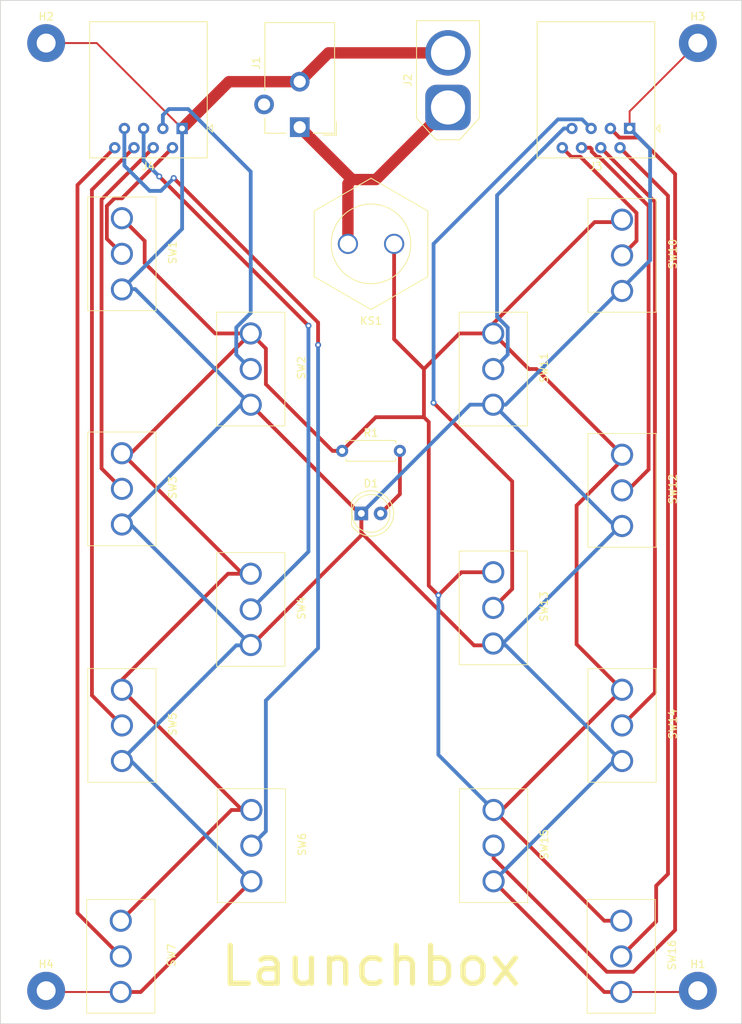
<source format=kicad_pcb>
(kicad_pcb (version 20211014) (generator pcbnew)
  (layers (0 "F.Cu" signal) (31 "B.Cu" signal) (34 "B.Paste" user) (35 "F.Paste" user) (36 "B.SilkS" user "B.Silkscreen") (37 "F.SilkS" user "F.Silkscreen") (38 "B.Mask" user) (39 "F.Mask" user) (44 "Edge.Cuts" user))
  (net 0 "")
  (net 1 "GND")
  (net 2 "Net-(D1-Pad2)")
  (net 3 "Net-(J1-Pad1)")
  (net 4 "Valve 16")
  (net 5 "Valve 15")
  (net 6 "Valve 14")
  (net 7 "Valve 13")
  (net 8 "Valve 12")
  (net 9 "Valve 11")
  (net 10 "Valve 10")
  (net 11 "Valve 1")
  (net 12 "Valve 2")
  (net 13 "Valve 3")
  (net 14 "Valve 4")
  (net 15 "Valve 5")
  (net 16 "Valve 6")
  (net 17 "Valve 7")
  (net 18 "Net-(KS1-Pad1)")
  (footprint "Connector_RJ:RJ45_Amphenol_54602-x08_Horizontal" (layer "F.Cu") (at 77.9425 55.265 180)
    (fp_text reference "J4" (at 4.445 -5) (layer "F.SilkS"))
    (fp_text value "RJ45")
    (fp_line (start -3.315 14.08) (end 12.205 14.08) (layer "F.SilkS") (width 0.12))
    (fp_line (start -3.5 0) (end -4 -0.5) (layer "F.SilkS") (width 0.12))
    (fp_line (start 12.205 -3.88) (end -3.315 -3.88) (layer "F.SilkS") (width 0.12))
    (fp_line (start -3.315 -3.88) (end -3.315 14.08) (layer "F.SilkS") (width 0.12))
    (fp_line (start 12.205 -3.88) (end 12.205 14.08) (layer "F.SilkS") (width 0.12))
    (fp_line (start -4 0.5) (end -3.5 0) (layer "F.SilkS") (width 0.12))
    (fp_line (start -4 -0.5) (end -4 0.5) (layer "F.SilkS") (width 0.12))
    (pad "" np_thru_hole circle (at -1.27 6.35 180) (size 3.2 3.2) (drill 3.2) (layers *.Cu *.Mask))
    (pad "" np_thru_hole circle (at 10.16 6.35 180) (size 3.2 3.2) (drill 3.2) (layers *.Cu *.Mask))
    (pad "1" thru_hole rect (at 0 0 180) (size 1.5 1.5) (drill 0.76) (layers *.Cu *.Mask) (net 1 "GND"))
    (pad "2" thru_hole circle (at 1.27 -2.54 180) (size 1.5 1.5) (drill 0.76) (layers *.Cu *.Mask) (net 11 "Valve 1"))
    (pad "3" thru_hole circle (at 2.54 0 180) (size 1.5 1.5) (drill 0.76) (layers *.Cu *.Mask) (net 12 "Valve 2"))
    (pad "4" thru_hole circle (at 3.81 -2.54 180) (size 1.5 1.5) (drill 0.76) (layers *.Cu *.Mask) (net 13 "Valve 3"))
    (pad "5" thru_hole circle (at 5.08 0 180) (size 1.5 1.5) (drill 0.76) (layers *.Cu *.Mask) (net 14 "Valve 4"))
    (pad "6" thru_hole circle (at 6.35 -2.54 180) (size 1.5 1.5) (drill 0.76) (layers *.Cu *.Mask) (net 15 "Valve 5"))
    (pad "7" thru_hole circle (at 7.62 0 180) (size 1.5 1.5) (drill 0.76) (layers *.Cu *.Mask) (net 16 "Valve 6"))
    (pad "8" thru_hole circle (at 8.89 -2.54 180) (size 1.5 1.5) (drill 0.76) (layers *.Cu *.Mask) (net 17 "Valve 7"))
  )
  (footprint "Launchbox:SPDT_Slide_Switch" (layer "F.Cu") (at 87 87 90)
    (fp_text reference "SW2" (at 0.16764 6.69544 90) (layer "F.SilkS"))
    (fp_text value "SW_SPDT_MSM")
    (fp_line (start -7.5 -4.5) (end 7.5 -4.5) (layer "F.SilkS") (width 0.1016))
    (fp_line (start 7.5 4.5) (end 7.5 -4.5) (layer "F.SilkS") (width 0.1016))
    (fp_line (start -7.5 4.5) (end -7.5 -4.5) (layer "F.SilkS") (width 0.1016))
    (fp_line (start -7.5 4.5) (end 7.5 4.5) (layer "F.SilkS") (width 0.1016))
    (pad "1" thru_hole circle (at -4.699 0 90) (size 2.921 2.921) (drill 2.159) (layers *.Cu *.Mask) (net 1 "GND"))
    (pad "2" thru_hole circle (at 0 0 90) (size 2.921 2.921) (drill 2.159) (layers *.Cu *.Mask) (net 12 "Valve 2"))
    (pad "3" thru_hole circle (at 4.699 0 90) (size 2.921 2.921) (drill 2.159) (layers *.Cu *.Mask) (net 18 "Net-(KS1-Pad1)"))
  )
  (footprint "Launchbox:SPDT_Slide_Switch" (layer "F.Cu") (at 87.085 149.86 90)
    (fp_text reference "SW6" (at 0.16764 6.69544 90) (layer "F.SilkS"))
    (fp_text value "SW_SPDT_MSM")
    (fp_line (start -7.5 4.5) (end 7.5 4.5) (layer "F.SilkS") (width 0.1016))
    (fp_line (start 7.5 4.5) (end 7.5 -4.5) (layer "F.SilkS") (width 0.1016))
    (fp_line (start -7.5 4.5) (end -7.5 -4.5) (layer "F.SilkS") (width 0.1016))
    (fp_line (start -7.5 -4.5) (end 7.5 -4.5) (layer "F.SilkS") (width 0.1016))
    (pad "1" thru_hole circle (at -4.699 0 90) (size 2.921 2.921) (drill 2.159) (layers *.Cu *.Mask) (net 1 "GND"))
    (pad "2" thru_hole circle (at 0 0 90) (size 2.921 2.921) (drill 2.159) (layers *.Cu *.Mask) (net 16 "Valve 6"))
    (pad "3" thru_hole circle (at 4.699 0 90) (size 2.921 2.921) (drill 2.159) (layers *.Cu *.Mask) (net 18 "Net-(KS1-Pad1)"))
  )
  (footprint "Launchbox:SPDT_Slide_Switch" (layer "F.Cu") (at 87 118.699 90)
    (fp_text reference "SW4" (at 0.16764 6.69544 90) (layer "F.SilkS"))
    (fp_text value "SW_SPDT_MSM")
    (fp_line (start -7.5 4.5) (end -7.5 -4.5) (layer "F.SilkS") (width 0.1016))
    (fp_line (start 7.5 4.5) (end 7.5 -4.5) (layer "F.SilkS") (width 0.1016))
    (fp_line (start -7.5 -4.5) (end 7.5 -4.5) (layer "F.SilkS") (width 0.1016))
    (fp_line (start -7.5 4.5) (end 7.5 4.5) (layer "F.SilkS") (width 0.1016))
    (pad "1" thru_hole circle (at -4.699 0 90) (size 2.921 2.921) (drill 2.159) (layers *.Cu *.Mask) (net 1 "GND"))
    (pad "2" thru_hole circle (at 0 0 90) (size 2.921 2.921) (drill 2.159) (layers *.Cu *.Mask) (net 14 "Valve 4"))
    (pad "3" thru_hole circle (at 4.699 0 90) (size 2.921 2.921) (drill 2.159) (layers *.Cu *.Mask) (net 18 "Net-(KS1-Pad1)"))
  )
  (footprint "MountingHole:MountingHole_2.5mm_Pad" (layer "F.Cu") (at 146 44)
    (fp_text reference "H3" (at 0 -3.5) (layer "F.SilkS"))
    (fp_text value "MountingHole_Pad")
    (pad "1" thru_hole circle (at 0 0) (size 5 5) (drill 2.5) (layers *.Cu *.Mask) (net 1 "GND"))
  )
  (footprint "Launchbox:SPDT_Slide_Switch" (layer "F.Cu") (at 70 134 90)
    (fp_text reference "SW5" (at 0.16764 6.69544 90) (layer "F.SilkS"))
    (fp_text value "SW_SPDT_MSM")
    (fp_line (start -7.5 4.5) (end -7.5 -4.5) (layer "F.SilkS") (width 0.1016))
    (fp_line (start -7.5 4.5) (end 7.5 4.5) (layer "F.SilkS") (width 0.1016))
    (fp_line (start 7.5 4.5) (end 7.5 -4.5) (layer "F.SilkS") (width 0.1016))
    (fp_line (start -7.5 -4.5) (end 7.5 -4.5) (layer "F.SilkS") (width 0.1016))
    (pad "1" thru_hole circle (at -4.699 0 90) (size 2.921 2.921) (drill 2.159) (layers *.Cu *.Mask) (net 1 "GND"))
    (pad "2" thru_hole circle (at 0 0 90) (size 2.921 2.921) (drill 2.159) (layers *.Cu *.Mask) (net 15 "Valve 5"))
    (pad "3" thru_hole circle (at 4.699 0 90) (size 2.921 2.921) (drill 2.159) (layers *.Cu *.Mask) (net 18 "Net-(KS1-Pad1)"))
  )
  (footprint "Launchbox:SPDT_Slide_Switch" (layer "F.Cu") (at 70 71.801 90)
    (fp_text reference "SW1" (at 0.16764 6.69544 90) (layer "F.SilkS"))
    (fp_text value "SW_SPDT_MSM")
    (fp_line (start 7.5 4.5) (end 7.5 -4.5) (layer "F.SilkS") (width 0.1016))
    (fp_line (start -7.5 -4.5) (end 7.5 -4.5) (layer "F.SilkS") (width 0.1016))
    (fp_line (start -7.5 4.5) (end -7.5 -4.5) (layer "F.SilkS") (width 0.1016))
    (fp_line (start -7.5 4.5) (end 7.5 4.5) (layer "F.SilkS") (width 0.1016))
    (pad "1" thru_hole circle (at -4.699 0 90) (size 2.921 2.921) (drill 2.159) (layers *.Cu *.Mask) (net 1 "GND"))
    (pad "2" thru_hole circle (at 0 0 90) (size 2.921 2.921) (drill 2.159) (layers *.Cu *.Mask) (net 11 "Valve 1"))
    (pad "3" thru_hole circle (at 4.699 0 90) (size 2.921 2.921) (drill 2.159) (layers *.Cu *.Mask) (net 18 "Net-(KS1-Pad1)"))
  )
  (footprint "Connector_BarrelJack:BarrelJack_CUI_PJ-102AH_Horizontal" (layer "F.Cu") (at 93.46 55.095 180)
    (fp_text reference "J1" (at 5.75 8.45 90) (layer "F.SilkS"))
    (fp_text value "Barrel_Jack_Switch")
    (fp_line (start 1.8 -0.8) (end 4.6 -0.8) (layer "F.SilkS") (width 0.12))
    (fp_line (start -4.84 0.7) (end -4.84 -1.04) (layer "F.SilkS") (width 0.12))
    (fp_line (start -4.6 13.8) (end -4.6 -0.8) (layer "F.SilkS") (width 0.12))
    (fp_line (start 4.6 4.8) (end 4.6 13.8) (layer "F.SilkS") (width 0.12))
    (fp_line (start 4.6 13.8) (end -4.6 13.8) (layer "F.SilkS") (width 0.12))
    (fp_line (start 4.6 -0.8) (end 4.6 1.2) (layer "F.SilkS") (width 0.12))
    (fp_line (start -4.84 -1.04) (end -3.1 -1.04) (layer "F.SilkS") (width 0.12))
    (fp_line (start -4.6 -0.8) (end -1.8 -0.8) (layer "F.SilkS") (width 0.12))
    (pad "1" thru_hole rect (at 0 0 180) (size 2.6 2.6) (drill 1.6) (layers *.Cu *.Mask) (net 3 "Net-(J1-Pad1)"))
    (pad "2" thru_hole circle (at 0 6 180) (size 2.6 2.6) (drill 1.6) (layers *.Cu *.Mask) (net 1 "GND"))
    (pad "3" thru_hole circle (at 4.7 3 180) (size 2.6 2.6) (drill 1.6) (layers *.Cu *.Mask))
  )
  (footprint "Launchbox:SPDT_Slide_Switch" (layer "F.Cu") (at 136 72 90)
    (fp_text reference "SW10" (at 0.16764 6.69544 90) (layer "F.SilkS"))
    (fp_text value "SW_SPDT_MSM")
    (fp_line (start -7.5 4.5) (end 7.5 4.5) (layer "F.SilkS") (width 0.1016))
    (fp_line (start -7.5 -4.5) (end 7.5 -4.5) (layer "F.SilkS") (width 0.1016))
    (fp_line (start 7.5 4.5) (end 7.5 -4.5) (layer "F.SilkS") (width 0.1016))
    (fp_line (start -7.5 4.5) (end -7.5 -4.5) (layer "F.SilkS") (width 0.1016))
    (pad "1" thru_hole circle (at -4.699 0 90) (size 2.921 2.921) (drill 2.159) (layers *.Cu *.Mask) (net 1 "GND"))
    (pad "2" thru_hole circle (at 0 0 90) (size 2.921 2.921) (drill 2.159) (layers *.Cu *.Mask) (net 10 "Valve 10"))
    (pad "3" thru_hole circle (at 4.699 0 90) (size 2.921 2.921) (drill 2.159) (layers *.Cu *.Mask) (net 18 "Net-(KS1-Pad1)"))
  )
  (footprint "Launchbox:SPDT_Slide_Switch" (layer "F.Cu") (at 119 118.5 90)
    (fp_text reference "SW13" (at 0.16764 6.69544 90) (layer "F.SilkS"))
    (fp_text value "SW_SPDT_MSM")
    (fp_line (start -7.5 -4.5) (end 7.5 -4.5) (layer "F.SilkS") (width 0.1016))
    (fp_line (start -7.5 4.5) (end 7.5 4.5) (layer "F.SilkS") (width 0.1016))
    (fp_line (start 7.5 4.5) (end 7.5 -4.5) (layer "F.SilkS") (width 0.1016))
    (fp_line (start -7.5 4.5) (end -7.5 -4.5) (layer "F.SilkS") (width 0.1016))
    (pad "1" thru_hole circle (at -4.699 0 90) (size 2.921 2.921) (drill 2.159) (layers *.Cu *.Mask) (net 1 "GND"))
    (pad "2" thru_hole circle (at 0 0 90) (size 2.921 2.921) (drill 2.159) (layers *.Cu *.Mask) (net 7 "Valve 13"))
    (pad "3" thru_hole circle (at 4.699 0 90) (size 2.921 2.921) (drill 2.159) (layers *.Cu *.Mask) (net 18 "Net-(KS1-Pad1)"))
  )
  (footprint "Launchbox:SPDT_Slide_Switch" (layer "F.Cu") (at 119 87 90)
    (fp_text reference "SW11" (at 0.16764 6.69544 90) (layer "F.SilkS"))
    (fp_text value "SW_SPDT_MSM")
    (fp_line (start -7.5 4.5) (end 7.5 4.5) (layer "F.SilkS") (width 0.1016))
    (fp_line (start 7.5 4.5) (end 7.5 -4.5) (layer "F.SilkS") (width 0.1016))
    (fp_line (start -7.5 4.5) (end -7.5 -4.5) (layer "F.SilkS") (width 0.1016))
    (fp_line (start -7.5 -4.5) (end 7.5 -4.5) (layer "F.SilkS") (width 0.1016))
    (pad "1" thru_hole circle (at -4.699 0 90) (size 2.921 2.921) (drill 2.159) (layers *.Cu *.Mask) (net 1 "GND"))
    (pad "2" thru_hole circle (at 0 0 90) (size 2.921 2.921) (drill 2.159) (layers *.Cu *.Mask) (net 9 "Valve 11"))
    (pad "3" thru_hole circle (at 4.699 0 90) (size 2.921 2.921) (drill 2.159) (layers *.Cu *.Mask) (net 18 "Net-(KS1-Pad1)"))
  )
  (footprint "Launchbox:SPDT_Slide_Switch" (layer "F.Cu") (at 119.045 149.86 90)
    (fp_text reference "SW15" (at 0.16764 6.69544 90) (layer "F.SilkS"))
    (fp_text value "SW_SPDT_MSM")
    (fp_line (start -7.5 4.5) (end -7.5 -4.5) (layer "F.SilkS") (width 0.1016))
    (fp_line (start -7.5 4.5) (end 7.5 4.5) (layer "F.SilkS") (width 0.1016))
    (fp_line (start 7.5 4.5) (end 7.5 -4.5) (layer "F.SilkS") (width 0.1016))
    (fp_line (start -7.5 -4.5) (end 7.5 -4.5) (layer "F.SilkS") (width 0.1016))
    (pad "1" thru_hole circle (at -4.699 0 90) (size 2.921 2.921) (drill 2.159) (layers *.Cu *.Mask) (net 1 "GND"))
    (pad "2" thru_hole circle (at 0 0 90) (size 2.921 2.921) (drill 2.159) (layers *.Cu *.Mask) (net 5 "Valve 15"))
    (pad "3" thru_hole circle (at 4.699 0 90) (size 2.921 2.921) (drill 2.159) (layers *.Cu *.Mask) (net 18 "Net-(KS1-Pad1)"))
  )
  (footprint "Connector_RJ:RJ45_Amphenol_54602-x08_Horizontal" (layer "F.Cu") (at 136.9975 55.265 180)
    (fp_text reference "J3" (at 4.445 -5) (layer "F.SilkS"))
    (fp_text value "RJ45")
    (fp_line (start 12.205 -3.88) (end -3.315 -3.88) (layer "F.SilkS") (width 0.12))
    (fp_line (start -3.315 14.08) (end 12.205 14.08) (layer "F.SilkS") (width 0.12))
    (fp_line (start -4 -0.5) (end -4 0.5) (layer "F.SilkS") (width 0.12))
    (fp_line (start -3.5 0) (end -4 -0.5) (layer "F.SilkS") (width 0.12))
    (fp_line (start -4 0.5) (end -3.5 0) (layer "F.SilkS") (width 0.12))
    (fp_line (start 12.205 -3.88) (end 12.205 14.08) (layer "F.SilkS") (width 0.12))
    (fp_line (start -3.315 -3.88) (end -3.315 14.08) (layer "F.SilkS") (width 0.12))
    (pad "" np_thru_hole circle (at -1.27 6.35 180) (size 3.2 3.2) (drill 3.2) (layers *.Cu *.Mask))
    (pad "" np_thru_hole circle (at 10.16 6.35 180) (size 3.2 3.2) (drill 3.2) (layers *.Cu *.Mask))
    (pad "1" thru_hole rect (at 0 0 180) (size 1.5 1.5) (drill 0.76) (layers *.Cu *.Mask) (net 1 "GND"))
    (pad "2" thru_hole circle (at 1.27 -2.54 180) (size 1.5 1.5) (drill 0.76) (layers *.Cu *.Mask) (net 4 "Valve 16"))
    (pad "3" thru_hole circle (at 2.54 0 180) (size 1.5 1.5) (drill 0.76) (layers *.Cu *.Mask) (net 5 "Valve 15"))
    (pad "4" thru_hole circle (at 3.81 -2.54 180) (size 1.5 1.5) (drill 0.76) (layers *.Cu *.Mask) (net 6 "Valve 14"))
    (pad "5" thru_hole circle (at 5.08 0 180) (size 1.5 1.5) (drill 0.76) (layers *.Cu *.Mask) (net 7 "Valve 13"))
    (pad "6" thru_hole circle (at 6.35 -2.54 180) (size 1.5 1.5) (drill 0.76) (layers *.Cu *.Mask) (net 8 "Valve 12"))
    (pad "7" thru_hole circle (at 7.62 0 180) (size 1.5 1.5) (drill 0.76) (layers *.Cu *.Mask) (net 9 "Valve 11"))
    (pad "8" thru_hole circle (at 8.89 -2.54 180) (size 1.5 1.5) (drill 0.76) (layers *.Cu *.Mask) (net 10 "Valve 10"))
  )
  (footprint "Launchbox:SPDT_Slide_Switch" (layer "F.Cu") (at 69.85 164.465 90)
    (fp_text reference "SW7" (at 0.16764 6.69544 90) (layer "F.SilkS"))
    (fp_text value "SW_SPDT_MSM")
    (fp_line (start -7.5 -4.5) (end 7.5 -4.5) (layer "F.SilkS") (width 0.1016))
    (fp_line (start 7.5 4.5) (end 7.5 -4.5) (layer "F.SilkS") (width 0.1016))
    (fp_line (start -7.5 4.5) (end -7.5 -4.5) (layer "F.SilkS") (width 0.1016))
    (fp_line (start -7.5 4.5) (end 7.5 4.5) (layer "F.SilkS") (width 0.1016))
    (pad "1" thru_hole circle (at -4.699 0 90) (size 2.921 2.921) (drill 2.159) (layers *.Cu *.Mask) (net 1 "GND"))
    (pad "2" thru_hole circle (at 0 0 90) (size 2.921 2.921) (drill 2.159) (layers *.Cu *.Mask) (net 17 "Valve 7"))
    (pad "3" thru_hole circle (at 4.699 0 90) (size 2.921 2.921) (drill 2.159) (layers *.Cu *.Mask) (net 18 "Net-(KS1-Pad1)"))
  )
  (footprint "Launchbox:SPDT_Slide_Switch" (layer "F.Cu") (at 136 103 90)
    (fp_text reference "SW12" (at 0.16764 6.69544 90) (layer "F.SilkS"))
    (fp_text value "SW_SPDT_MSM")
    (fp_line (start 7.5 4.5) (end 7.5 -4.5) (layer "F.SilkS") (width 0.1016))
    (fp_line (start -7.5 4.5) (end 7.5 4.5) (layer "F.SilkS") (width 0.1016))
    (fp_line (start -7.5 -4.5) (end 7.5 -4.5) (layer "F.SilkS") (width 0.1016))
    (fp_line (start -7.5 4.5) (end -7.5 -4.5) (layer "F.SilkS") (width 0.1016))
    (pad "1" thru_hole circle (at -4.699 0 90) (size 2.921 2.921) (drill 2.159) (layers *.Cu *.Mask) (net 1 "GND"))
    (pad "2" thru_hole circle (at 0 0 90) (size 2.921 2.921) (drill 2.159) (layers *.Cu *.Mask) (net 8 "Valve 12"))
    (pad "3" thru_hole circle (at 4.699 0 90) (size 2.921 2.921) (drill 2.159) (layers *.Cu *.Mask) (net 18 "Net-(KS1-Pad1)"))
  )
  (footprint "Resistor_THT:R_Axial_DIN0207_L6.3mm_D2.5mm_P7.62mm_Horizontal" (layer "F.Cu") (at 99.06 97.79)
    (fp_text reference "R1" (at 3.81 -2.37) (layer "F.SilkS"))
    (fp_text value "R")
    (fp_line (start 0.54 1.37) (end 7.08 1.37) (layer "F.SilkS") (width 0.12))
    (fp_line (start 7.08 1.37) (end 7.08 1.04) (layer "F.SilkS") (width 0.12))
    (fp_line (start 0.54 -1.04) (end 0.54 -1.37) (layer "F.SilkS") (width 0.12))
    (fp_line (start 7.08 -1.37) (end 7.08 -1.04) (layer "F.SilkS") (width 0.12))
    (fp_line (start 0.54 -1.37) (end 7.08 -1.37) (layer "F.SilkS") (width 0.12))
    (fp_line (start 0.54 1.04) (end 0.54 1.37) (layer "F.SilkS") (width 0.12))
    (pad "1" thru_hole circle (at 0 0) (size 1.6 1.6) (drill 0.8) (layers *.Cu *.Mask) (net 18 "Net-(KS1-Pad1)"))
    (pad "2" thru_hole oval (at 7.62 0) (size 1.6 1.6) (drill 0.8) (layers *.Cu *.Mask) (net 2 "Net-(D1-Pad2)"))
  )
  (footprint "Launchbox:SPDT_Slide_Switch" (layer "F.Cu") (at 135.89 164.465 90)
    (fp_text reference "SW16" (at 0.16764 6.69544 90) (layer "F.SilkS"))
    (fp_text value "SW_SPDT_MSM")
    (fp_line (start 7.5 4.5) (end 7.5 -4.5) (layer "F.SilkS") (width 0.1016))
    (fp_line (start -7.5 4.5) (end -7.5 -4.5) (layer "F.SilkS") (width 0.1016))
    (fp_line (start -7.5 -4.5) (end 7.5 -4.5) (layer "F.SilkS") (width 0.1016))
    (fp_line (start -7.5 4.5) (end 7.5 4.5) (layer "F.SilkS") (width 0.1016))
    (pad "1" thru_hole circle (at -4.699 0 90) (size 2.921 2.921) (drill 2.159) (layers *.Cu *.Mask) (net 1 "GND"))
    (pad "2" thru_hole circle (at 0 0 90) (size 2.921 2.921) (drill 2.159) (layers *.Cu *.Mask) (net 4 "Valve 16"))
    (pad "3" thru_hole circle (at 4.699 0 90) (size 2.921 2.921) (drill 2.159) (layers *.Cu *.Mask) (net 18 "Net-(KS1-Pad1)"))
  )
  (footprint "Connector_AMASS:AMASS_XT60-M_1x02_P7.20mm_Vertical" (layer "F.Cu") (at 113.03 52.495 90)
    (fp_text reference "J2" (at 3.6 -5.3 90) (layer "F.SilkS"))
    (fp_text value "XT60-M")
    (fp_line (start -4.25 1.55) (end -1.4 4.15) (layer "F.SilkS") (width 0.12))
    (fp_line (start 11.45 4.15) (end 11.45 -4.15) (layer "F.SilkS") (width 0.12))
    (fp_line (start -4.25 -1.6) (end -4.25 1.55) (layer "F.SilkS") (width 0.12))
    (fp_line (start -1.4 4.15) (end 11.45 4.15) (layer "F.SilkS") (width 0.12))
    (fp_line (start 11.45 -4.15) (end -1.4 -4.15) (layer "F.SilkS") (width 0.12))
    (fp_line (start -1.4 -4.15) (end -4.25 -1.6) (layer "F.SilkS") (width 0.12))
    (pad "1" thru_hole roundrect (at 0 0 90) (size 6 6) (drill 4.5) (layers *.Cu *.Mask) (net 3 "Net-(J1-Pad1)"))
    (pad "2" thru_hole circle (at 7.2 0 90) (size 6 6) (drill 4.5) (layers *.Cu *.Mask) (net 1 "GND"))
  )
  (footprint "Launchbox:SPDT_Slide_Switch" (layer "F.Cu") (at 70 102.801 90)
    (fp_text reference "SW3" (at 0.16764 6.69544 90) (layer "F.SilkS"))
    (fp_text value "SW_SPDT_MSM")
    (fp_line (start -7.5 4.5) (end -7.5 -4.5) (layer "F.SilkS") (width 0.1016))
    (fp_line (start -7.5 4.5) (end 7.5 4.5) (layer "F.SilkS") (width 0.1016))
    (fp_line (start -7.5 -4.5) (end 7.5 -4.5) (layer "F.SilkS") (width 0.1016))
    (fp_line (start 7.5 4.5) (end 7.5 -4.5) (layer "F.SilkS") (width 0.1016))
    (pad "1" thru_hole circle (at -4.699 0 90) (size 2.921 2.921) (drill 2.159) (layers *.Cu *.Mask) (net 1 "GND"))
    (pad "2" thru_hole circle (at 0 0 90) (size 2.921 2.921) (drill 2.159) (layers *.Cu *.Mask) (net 13 "Valve 3"))
    (pad "3" thru_hole circle (at 4.699 0 90) (size 2.921 2.921) (drill 2.159) (layers *.Cu *.Mask) (net 18 "Net-(KS1-Pad1)"))
  )
  (footprint "MountingHole:MountingHole_2.5mm_Pad" (layer "F.Cu") (at 146 169)
    (fp_text reference "H1" (at 0 -3.5) (layer "F.SilkS"))
    (fp_text value "MountingHole_Pad")
    (pad "1" thru_hole circle (at 0 0) (size 5 5) (drill 2.5) (layers *.Cu *.Mask) (net 1 "GND"))
  )
  (footprint "LED_THT:LED_D5.0mm" (layer "F.Cu") (at 101.595 106.045)
    (fp_text reference "D1" (at 1.27 -3.96) (layer "F.SilkS"))
    (fp_text value "LED")
    (fp_line (start -1.29 -1.545) (end -1.29 1.545) (layer "F.SilkS") (width 0.12))
    (fp_arc (start -1.29 -1.54483) (mid 2.072002 -2.880433) (end 4.26 0.000462) (layer "F.SilkS") (width 0.12))
    (fp_arc (start 4.26 -0.000462) (mid 2.072002 2.880433) (end -1.29 1.54483) (layer "F.SilkS") (width 0.12))
    (fp_circle (center 1.27 0) (end 3.77 0) (layer "F.SilkS") (width 0.12) (fill none))
    (pad "1" thru_hole rect (at 0 0) (size 1.8 1.8) (drill 0.9) (layers *.Cu *.Mask) (net 1 "GND"))
    (pad "2" thru_hole circle (at 2.54 0) (size 1.8 1.8) (drill 0.9) (layers *.Cu *.Mask) (net 2 "Net-(D1-Pad2)"))
  )
  (footprint "MountingHole:MountingHole_2.5mm_Pad" (layer "F.Cu") (at 60 44)
    (fp_text reference "H2" (at 0 -3.5) (layer "F.SilkS"))
    (fp_text value "MountingHole_Pad")
    (pad "1" thru_hole circle (at 0 0) (size 5 5) (drill 2.5) (layers *.Cu *.Mask) (net 1 "GND"))
  )
  (footprint "MountingHole:MountingHole_2.5mm_Pad" (layer "F.Cu") (at 60 169)
    (fp_text reference "H4" (at 0 -3.5) (layer "F.SilkS"))
    (fp_text value "MountingHole_Pad")
    (pad "1" thru_hole circle (at 0 0) (size 5 5) (drill 2.5) (layers *.Cu *.Mask) (net 1 "GND"))
  )
  (footprint "Launchbox:KeySwitchKO106" (layer "F.Cu") (at 102.87 70.485 180)
    (fp_text reference "KS1" (at 0 -10.16) (layer "F.SilkS"))
    (fp_text value "KeySwitchKO106")
    (fp_line (start 7.5 -4.330125) (end 0 -8.66025) (layer "F.SilkS") (width 0.12))
    (fp_line (start -7.5 4.330125) (end -7.5 -4.330125) (layer "F.SilkS") (width 0.12))
    (fp_line (start 0 -8.66025) (end -7.5 -4.330125) (layer "F.SilkS") (width 0.12))
    (fp_line (start 0 8.66025) (end 7.5 4.330125) (layer "F.SilkS") (width 0.12))
    (fp_line (start -7.5 4.330125) (end 0 8.66025) (layer "F.SilkS") (width 0.12))
    (fp_line (start 7.5 4.330125) (end 7.5 -4.330125) (layer "F.SilkS") (width 0.12))
    (fp_circle (center 0 0) (end 5.25 0) (layer "F.SilkS") (width 0.12) (fill none))
    (pad "1" thru_hole circle (at -3.048 0 180) (size 2.667 2.667) (drill 2.159) (layers *.Cu *.Mask) (net 18 "Net-(KS1-Pad1)"))
    (pad "2" thru_hole circle (at 3.048 0 180) (size 2.667 2.667) (drill 2.159) (layers *.Cu *.Mask) (net 3 "Net-(J1-Pad1)"))
  )
  (footprint "Launchbox:SPDT_Slide_Switch" (layer "F.Cu") (at 136 134 90)
    (fp_text reference "SW14" (at 0.16764 6.69544 90) (layer "F.SilkS"))
    (fp_text value "SW_SPDT_MSM")
    (fp_line (start -7.5 4.5) (end 7.5 4.5) (layer "F.SilkS") (width 0.1016))
    (fp_line (start 7.5 4.5) (end 7.5 -4.5) (layer "F.SilkS") (width 0.1016))
    (fp_line (start -7.5 4.5) (end -7.5 -4.5) (layer "F.SilkS") (width 0.1016))
    (fp_line (start -7.5 -4.5) (end 7.5 -4.5) (layer "F.SilkS") (width 0.1016))
    (pad "1" thru_hole circle (at -4.699 0 90) (size 2.921 2.921) (drill 2.159) (layers *.Cu *.Mask) (net 1 "GND"))
    (pad "2" thru_hole circle (at 0 0 90) (size 2.921 2.921) (drill 2.159) (layers *.Cu *.Mask) (net 6 "Valve 14"))
    (pad "3" thru_hole circle (at 4.699 0 90) (size 2.921 2.921) (drill 2.159) (layers *.Cu *.Mask) (net 18 "Net-(KS1-Pad1)"))
  )
  (gr_rect (start 53.96 38.37) (end 151.78 173.355) (layer "Edge.Cuts") (width 0.1) (fill none))
  (gr_text "Launchbox" (at 102.87 165.735) (layer "F.SilkS") (effects (font (size 5 5) (thickness 0.7))))
  (segment (start 101.595 106.045) (end 101.595 108.934) (width 0.5) (layer "F.Cu") (net 1))
  (segment (start 116.459 123.444) (end 101.595 108.58) (width 0.5) (layer "F.Cu") (net 1))
  (segment (start 135.89 169.164) (end 133.65 169.164) (width 0.5) (layer "F.Cu") (net 1))
  (segment (start 101.346 106.045) (end 101.595 106.045) (width 0.5) (layer "F.Cu") (net 1))
  (segment (start 69.85 169.164) (end 72.48 169.164) (width 0.5) (layer "F.Cu") (net 1))
  (segment (start 146 44) (end 136.9975 53.0025) (width 0.25) (layer "F.Cu") (net 1))
  (segment (start 113.03 45.295) (end 97.26 45.295) (width 1.5) (layer "F.Cu") (net 1))
  (segment (start 93.46 49.095) (end 84.1125 49.095) (width 1.5) (layer "F.Cu") (net 1))
  (segment (start 101.595 108.934) (end 87.085 123.444) (width 0.5) (layer "F.Cu") (net 1))
  (segment (start 135.89 169.164) (end 146.836 169.164) (width 0.25) (layer "F.Cu") (net 1))
  (segment (start 101.595 108.58) (end 101.595 106.045) (width 0.5) (layer "F.Cu") (net 1))
  (segment (start 69.85 169.164) (end 61.164 169.164) (width 0.25) (layer "F.Cu") (net 1))
  (segment (start 72.48 169.164) (end 87.085 154.559) (width 0.5) (layer "F.Cu") (net 1))
  (segment (start 84.1125 49.095) (end 77.9425 55.265) (width 1.5) (layer "F.Cu") (net 1))
  (segment (start 61.164 169.164) (end 60 168) (width 0.25) (layer "F.Cu") (net 1))
  (segment (start 119 123.444) (end 116.459 123.444) (width 0.5) (layer "F.Cu") (net 1))
  (segment (start 133.65 169.164) (end 119.045 154.559) (width 0.5) (layer "F.Cu") (net 1))
  (segment (start 66.6775 44) (end 60 44) (width 0.25) (layer "F.Cu") (net 1))
  (segment (start 77.9425 55.265) (end 66.6775 44) (width 0.25) (layer "F.Cu") (net 1))
  (segment (start 86.995 91.694) (end 101.346 106.045) (width 0.5) (layer "F.Cu") (net 1))
  (segment (start 136.9975 53.0025) (end 136.9975 55.265) (width 0.25) (layer "F.Cu") (net 1))
  (segment (start 97.26 45.295) (end 93.46 49.095) (width 1.5) (layer "F.Cu") (net 1))
  (segment (start 69.85 107.569) (end 85.725 91.694) (width 0.5) (layer "B.Cu") (net 1))
  (segment (start 87.085 154.559) (end 71.21 138.684) (width 0.5) (layer "B.Cu") (net 1))
  (segment (start 119.045 91.694) (end 134.92 107.569) (width 0.5) (layer "B.Cu") (net 1))
  (segment (start 139.7 72.39) (end 139.7 72.644) (width 0.5) (layer "B.Cu") (net 1))
  (segment (start 135.89 76.454) (end 120.65 91.694) (width 0.5) (layer "B.Cu") (net 1))
  (segment (start 86.995 91.694) (end 71.755 76.454) (width 0.5) (layer "B.Cu") (net 1))
  (segment (start 134.92 138.684) (end 135.89 138.684) (width 0.5) (layer "B.Cu") (net 1))
  (segment (start 115.946 91.694) (end 101.595 106.045) (width 0.5) (layer "B.Cu") (net 1))
  (segment (start 77.9425 68.5115) (end 70 76.454) (width 0.5) (layer "B.Cu") (net 1))
  (segment (start 119.045 91.694) (end 115.946 91.694) (width 0.5) (layer "B.Cu") (net 1))
  (segment (start 71.755 76.454) (end 70 76.454) (width 0.5) (layer "B.Cu") (net 1))
  (segment (start 85.09 123.444) (end 87.085 123.444) (width 0.5) (layer "B.Cu") (net 1))
  (segment (start 139.7 57.9675) (end 139.7 72.39) (width 0.5) (layer "B.Cu") (net 1))
  (segment (start 77.9425 55.265) (end 77.9425 68.5115) (width 0.5) (layer "B.Cu") (net 1))
  (segment (start 136.9975 55.265) (end 139.7 57.9675) (width 0.5) (layer "B.Cu") (net 1))
  (segment (start 120.015 123.444) (end 119.045 123.444) (width 0.5) (layer "B.Cu") (net 1))
  (segment (start 135.89 107.569) (end 120.015 123.444) (width 0.5) (layer "B.Cu") (net 1))
  (segment (start 85.725 91.694) (end 86.995 91.694) (width 0.5) (layer "B.Cu") (net 1))
  (segment (start 134.92 107.569) (end 135.89 107.569) (width 0.5) (layer "B.Cu") (net 1))
  (segment (start 120.65 123.444) (end 119.045 123.444) (width 0.5) (layer "B.Cu") (net 1))
  (segment (start 71.21 107.569) (end 69.85 107.569) (width 0.5) (layer "B.Cu") (net 1))
  (segment (start 71.21 138.684) (end 69.85 138.684) (width 0.5) (layer "B.Cu") (net 1))
  (segment (start 139.7 72.644) (end 135.89 76.454) (width 0.5) (layer "B.Cu") (net 1))
  (segment (start 119.045 154.559) (end 134.92 138.684) (width 0.5) (layer "B.Cu") (net 1))
  (segment (start 69.85 138.684) (end 85.09 123.444) (width 0.5) (layer "B.Cu") (net 1))
  (segment (start 87.085 123.444) (end 71.21 107.569) (width 0.5) (layer "B.Cu") (net 1))
  (segment (start 120.65 91.694) (end 119.045 91.694) (width 0.5) (layer "B.Cu") (net 1))
  (segment (start 135.89 138.684) (end 120.65 123.444) (width 0.5) (layer "B.Cu") (net 1))
  (segment (start 106.68 97.79) (end 106.68 103.5) (width 0.5) (layer "F.Cu") (net 2))
  (segment (start 106.68 103.5) (end 104.135 106.045) (width 0.5) (layer "F.Cu") (net 2))
  (segment (start 103.52 62.005) (end 113.03 52.495) (width 1.5) (layer "F.Cu") (net 3))
  (segment (start 100.37 62.005) (end 99.822 62.553) (width 1.5) (layer "F.Cu") (net 3))
  (segment (start 99.822 62.553) (end 99.822 70.485) (width 1.5) (layer "F.Cu") (net 3))
  (segment (start 100.37 62.005) (end 93.46 55.095) (width 1.5) (layer "F.Cu") (net 3))
  (segment (start 100.37 62.005) (end 103.52 62.005) (width 1.5) (layer "F.Cu") (net 3))
  (segment (start 142.0575 153.5985) (end 140.5 155.156) (width 0.5) (layer "F.Cu") (net 4))
  (segment (start 135.7275 57.805) (end 142.0575 64.135) (width 0.5) (layer "F.Cu") (net 4))
  (segment (start 140.5 155.156) (end 140.5 159.855) (width 0.5) (layer "F.Cu") (net 4))
  (segment (start 140.5 159.855) (end 135.89 164.465) (width 0.5) (layer "F.Cu") (net 4))
  (segment (start 142.0575 64.135) (end 142.0575 153.5985) (width 0.5) (layer "F.Cu") (net 4))
  (segment (start 143 61.2675) (end 138.197011 56.464511) (width 0.5) (layer "F.Cu") (net 5))
  (segment (start 135.657011 56.464511) (end 134.4575 55.265) (width 0.5) (layer "F.Cu") (net 5))
  (segment (start 119.045 149.86) (end 119.045 151.544999) (width 0.5) (layer "F.Cu") (net 5))
  (segment (start 143 161) (end 143 61.2675) (width 0.5) (layer "F.Cu") (net 5))
  (segment (start 137.5 166.5) (end 143 161) (width 0.5) (layer "F.Cu") (net 5))
  (segment (start 138.197011 56.464511) (end 135.657011 56.464511) (width 0.5) (layer "F.Cu") (net 5))
  (segment (start 134.000001 166.5) (end 137.5 166.5) (width 0.5) (layer "F.Cu") (net 5))
  (segment (start 119.045 151.544999) (end 134.000001 166.5) (width 0.5) (layer "F.Cu") (net 5))
  (segment (start 140.335 129.665) (end 136 134) (width 0.5) (layer "F.Cu") (net 6))
  (segment (start 133.1875 57.805) (end 140.335 64.9525) (width 0.5) (layer "F.Cu") (net 6))
  (segment (start 140.335 64.9525) (end 140.335 129.665) (width 0.5) (layer "F.Cu") (net 6))
  (segment (start 121.5 116) (end 121.5 101.815) (width 0.5) (layer "F.Cu") (net 7))
  (segment (start 121.5 101.815) (end 111.125 91.44) (width 0.5) (layer "F.Cu") (net 7))
  (segment (start 119 118.5) (end 121.5 116) (width 0.5) (layer "F.Cu") (net 7))
  (via (at 111.125 91.44) (size 0.8) (drill 0.4) (layers "F.Cu" "B.Cu") (net 7))
  (segment (start 127.544511 54.065489) (end 111.125 70.485) (width 0.5) (layer "B.Cu") (net 7))
  (segment (start 130.717989 54.065489) (end 127.544511 54.065489) (width 0.5) (layer "B.Cu") (net 7))
  (segment (start 111.125 70.485) (end 111.125 91.44) (width 0.5) (layer "B.Cu") (net 7))
  (segment (start 131.9175 55.265) (end 130.717989 54.065489) (width 0.5) (layer "B.Cu") (net 7))
  (segment (start 130.6475 57.805) (end 131.805 57.805) (width 0.5) (layer "F.Cu") (net 8))
  (segment (start 131.987989 58.301855) (end 132.690645 59.004511) (width 0.5) (layer "F.Cu") (net 8))
  (segment (start 133.004511 59.004511) (end 139.5 65.5) (width 0.5) (layer "F.Cu") (net 8))
  (segment (start 139.5 65.5) (end 139.5 100.24927) (width 0.5) (layer "F.Cu") (net 8))
  (segment (start 132.690645 59.004511) (end 133.004511 59.004511) (width 0.5) (layer "F.Cu") (net 8))
  (segment (start 139.5 100.24927) (end 136.374635 103.374635) (width 0.5) (layer "F.Cu") (net 8))
  (segment (start 131.987989 57.987989) (end 131.987989 58.301855) (width 0.5) (layer "F.Cu") (net 8))
  (segment (start 131.805 57.805) (end 131.987989 57.987989) (width 0.5) (layer "F.Cu") (net 8))
  (segment (start 119.5 80.099835) (end 120.910011 81.509846) (width 0.5) (layer "B.Cu") (net 9))
  (segment (start 129.3775 55.265) (end 128.31684 55.265) (width 0.5) (layer "B.Cu") (net 9))
  (segment (start 128.31684 55.265) (end 119.5 64.08184) (width 0.5) (layer "B.Cu") (net 9))
  (segment (start 120.910011 85.089989) (end 119 87) (width 0.5) (layer "B.Cu") (net 9))
  (segment (start 120.910011 81.509846) (end 120.910011 85.089989) (width 0.5) (layer "B.Cu") (net 9))
  (segment (start 119.5 64.08184) (end 119.5 80.099835) (width 0.5) (layer "B.Cu") (net 9))
  (segment (start 130.504511 59.004511) (end 129.307011 59.004511) (width 0.5) (layer "F.Cu") (net 10))
  (segment (start 137.910011 66.410011) (end 130.504511 59.004511) (width 0.5) (layer "F.Cu") (net 10))
  (segment (start 137.910011 70.089989) (end 137.910011 66.410011) (width 0.5) (layer "F.Cu") (net 10))
  (segment (start 136 72) (end 137.910011 70.089989) (width 0.5) (layer "F.Cu") (net 10))
  (segment (start 129.307011 59.004511) (end 128.1075 57.805) (width 0.5) (layer "F.Cu") (net 10))
  (segment (start 70 64.4775) (end 76.6725 57.805) (width 0.5) (layer "F.Cu") (net 11))
  (segment (start 68.00952 69.81052) (end 70 71.801) (width 0.5) (layer "F.Cu") (net 11))
  (segment (start 70 64.4775) (end 69.0225 64.4775) (width 0.5) (layer "F.Cu") (net 11))
  (segment (start 69.0225 64.4775) (end 68.00952 65.49048) (width 0.5) (layer "F.Cu") (net 11))
  (segment (start 68.00952 65.49048) (end 68.00952 69.81052) (width 0.5) (layer "F.Cu") (net 11))
  (segment (start 85.089989 81.509846) (end 85.089989 85.089989) (width 0.5) (layer "B.Cu") (net 12))
  (segment (start 85.089989 85.089989) (end 87 87) (width 0.5) (layer "B.Cu") (net 12))
  (segment (start 76.2 52.705) (end 78.74 52.705) (width 0.5) (layer "B.Cu") (net 12))
  (segment (start 86.995 79.604835) (end 85.089989 81.509846) (width 0.5) (layer "B.Cu") (net 12))
  (segment (start 75.4025 53.5025) (end 76.2 52.705) (width 0.5) (layer "B.Cu") (net 12))
  (segment (start 75.4025 55.265) (end 75.4025 53.5025) (width 0.5) (layer "B.Cu") (net 12))
  (segment (start 86.995 60.96) (end 86.995 79.604835) (width 0.5) (layer "B.Cu") (net 12))
  (segment (start 78.74 52.705) (end 86.995 60.96) (width 0.5) (layer "B.Cu") (net 12))
  (segment (start 74.1325 57.805) (end 67.31 64.6275) (width 0.5) (layer "F.Cu") (net 13))
  (segment (start 67.31 64.6275) (end 67.31 100.111) (width 0.5) (layer "F.Cu") (net 13))
  (segment (start 67.31 100.111) (end 70 102.801) (width 0.5) (layer "F.Cu") (net 13))
  (segment (start 74.93 61.595) (end 94.615 81.28) (width 0.5) (layer "F.Cu") (net 14))
  (via (at 94.615 81.28) (size 0.8) (drill 0.4) (layers "F.Cu" "B.Cu") (net 14))
  (via (at 74.93 61.595) (size 0.8) (drill 0.4) (layers "F.Cu" "B.Cu") (net 14))
  (segment (start 72.8625 59.5275) (end 72.8625 55.265) (width 0.5) (layer "B.Cu") (net 14))
  (segment (start 94.615 111.084) (end 87 118.699) (width 0.5) (layer "B.Cu") (net 14))
  (segment (start 74.93 61.595) (end 72.8625 59.5275) (width 0.5) (layer "B.Cu") (net 14))
  (segment (start 94.615 81.28) (end 94.615 111.084) (width 0.5) (layer "B.Cu") (net 14))
  (segment (start 66.04 130.04) (end 70 134) (width 0.5) (layer "F.Cu") (net 15))
  (segment (start 71.5925 57.805) (end 66.04 63.3575) (width 0.5) (layer "F.Cu") (net 15))
  (segment (start 66.04 63.3575) (end 66.04 130.04) (width 0.5) (layer "F.Cu") (net 15))
  (segment (start 95.885 80.859511) (end 95.885 83.82) (width 0.5) (layer "F.Cu") (net 16))
  (segment (start 76.835 61.809511) (end 95.885 80.859511) (width 0.5) (layer "F.Cu") (net 16))
  (via (at 76.835 61.809511) (size 0.8) (drill 0.4) (layers "F.Cu" "B.Cu") (net 16))
  (via (at 95.885 83.82) (size 0.8) (drill 0.4) (layers "F.Cu" "B.Cu") (net 16))
  (segment (start 70.3225 55.265) (end 70.3225 60.1625) (width 0.5) (layer "B.Cu") (net 16))
  (segment (start 75.144511 63.5) (end 76.835 61.809511) (width 0.5) (layer "B.Cu") (net 16))
  (segment (start 95.885 123.825) (end 88.995011 130.714989) (width 0.5) (layer "B.Cu") (net 16))
  (segment (start 73.66 63.5) (end 75.144511 63.5) (width 0.5) (layer "B.Cu") (net 16))
  (segment (start 88.995011 147.949989) (end 87.085 149.86) (width 0.5) (layer "B.Cu") (net 16))
  (segment (start 88.995011 130.714989) (end 88.995011 147.949989) (width 0.5) (layer "B.Cu") (net 16))
  (segment (start 70.3225 60.1625) (end 73.66 63.5) (width 0.5) (layer "B.Cu") (net 16))
  (segment (start 95.885 83.82) (end 95.885 123.825) (width 0.5) (layer "B.Cu") (net 16))
  (segment (start 64.135 158.75) (end 69.85 164.465) (width 0.5) (layer "F.Cu") (net 17))
  (segment (start 64.135 62.7225) (end 64.135 158.75) (width 0.5) (layer "F.Cu") (net 17))
  (segment (start 69.0525 57.805) (end 64.135 62.7225) (width 0.5) (layer "F.Cu") (net 17))
  (segment (start 109.855 86.995) (end 109.855 93.345) (width 0.5) (layer "F.Cu") (net 18))
  (segment (start 73 70.102) (end 70 67.102) (width 0.5) (layer "F.Cu") (net 18))
  (segment (start 87.085 145.161) (end 84.455 145.161) (width 0.5) (layer "F.Cu") (net 18))
  (segment (start 89 84.301) (end 87 82.301) (width 0.5) (layer "F.Cu") (net 18))
  (segment (start 110.49 93.98) (end 110.49 115.57) (width 0.5) (layer "F.Cu") (net 18))
  (segment (start 70 98.102) (end 85.898 114) (width 0.5) (layer "F.Cu") (net 18))
  (segment (start 70 128) (end 84 114) (width 0.5) (layer "F.Cu") (net 18))
  (segment (start 97.79 97.79) (end 89 89) (width 0.5) (layer "F.Cu") (net 18))
  (segment (start 114.799 113.801) (end 111.76 116.84) (width 0.5) (layer "F.Cu") (net 18))
  (segment (start 124.694 86.995) (end 136.267355 98.568355) (width 0.5) (layer "F.Cu") (net 18))
  (segment (start 119 82.301) (end 123.694 86.995) (width 0.5) (layer "F.Cu") (net 18))
  (segment (start 120.14 145.161) (end 119.045 145.161) (width 0.5) (layer "F.Cu") (net 18))
  (segment (start 103.505 93.345) (end 99.06 97.79) (width 0.5) (layer "F.Cu") (net 18))
  (segment (start 99.06 97.79) (end 97.79 97.79) (width 0.5) (layer "F.Cu") (net 18))
  (segment (start 71.199 98.102) (end 87 82.301) (width 0.5) (layer "F.Cu") (net 18))
  (segment (start 119 113.801) (end 114.799 113.801) (width 0.5) (layer "F.Cu") (net 18))
  (segment (start 133.65 159.766) (end 135.190481 159.766) (width 0.5) (layer "F.Cu") (net 18))
  (segment (start 109.855 93.345) (end 103.505 93.345) (width 0.5) (layer "F.Cu") (net 18))
  (segment (start 109.855 86.995) (end 105.918 83.058) (width 0.5) (layer "F.Cu") (net 18))
  (segment (start 87 82.301) (end 82.301 82.301) (width 0.5) (layer "F.Cu") (net 18))
  (segment (start 119 82.301) (end 114.549 82.301) (width 0.5) (layer "F.Cu") (net 18))
  (segment (start 123.694 86.995) (end 124.694 86.995) (width 0.5) (layer "F.Cu") (net 18))
  (segment (start 84.455 145.161) (end 70.344635 159.271365) (width 0.5) (layer "F.Cu") (net 18))
  (segment (start 70 129.301) (end 70 128) (width 0.5) (layer "F.Cu") (net 18))
  (segment (start 110.49 115.57) (end 111.76 116.84) (width 0.5) (layer "F.Cu") (net 18))
  (segment (start 136 129.301) (end 120.14 145.161) (width 0.5) (layer "F.Cu") (net 18))
  (segment (start 85.86 145.161) (end 87.085 145.161) (width 0.5) (layer "F.Cu") (net 18))
  (segment (start 130 105) (end 130 123.301) (width 0.5) (layer "F.Cu") (net 18))
  (segment (start 70 129.301) (end 85.86 145.161) (width 0.5) (layer "F.Cu") (net 18))
  (segment (start 89 89) (end 89 84.301) (width 0.5) (layer "F.Cu") (net 18))
  (segment (start 130 123.301) (end 136 129.301) (width 0.5) (layer "F.Cu") (net 18))
  (segment (start 109.855 93.345) (end 110.49 93.98) (width 0.5) (layer "F.Cu") (net 18))
  (segment (start 119 82.301) (end 119 81) (width 0.5) (layer "F.Cu") (net 18))
  (segment (start 105.918 83.058) (end 105.918 70.485) (width 0.5) (layer "F.Cu") (net 18))
  (segment (start 70 98.102) (end 71.199 98.102) (width 0.5) (layer "F.Cu") (net 18))
  (segment (start 119 81) (end 132.381865 67.618135) (width 0.5) (layer "F.Cu") (net 18))
  (segment (start 119.045 145.161) (end 133.65 159.766) (width 0.5) (layer "F.Cu") (net 18))
  (segment (start 114.549 82.301) (end 109.855 86.995) (width 0.5) (layer "F.Cu") (net 18))
  (segment (start 132.381865 67.618135) (end 136.317135 67.618135) (width 0.5) (layer "F.Cu") (net 18))
  (segment (start 73 73) (end 73 70.102) (width 0.5) (layer "F.Cu") (net 18))
  (segment (start 85.898 114) (end 87 114) (width 0.5) (layer "F.Cu") (net 18))
  (segment (start 136.267355 98.568355) (end 136.267355 98.732645) (width 0.5) (layer "F.Cu") (net 18))
  (segment (start 84 114) (end 87 114) (width 0.5) (layer "F.Cu") (net 18))
  (segment (start 82.301 82.301) (end 73 73) (width 0.5) (layer "F.Cu") (net 18))
  (segment (start 136.267355 98.732645) (end 130 105) (width 0.5) (layer "F.Cu") (net 18))
  (via (at 111.76 116.84) (size 0.8) (drill 0.4) (layers "F.Cu" "B.Cu") (net 18))
  (segment (start 111.76 116.84) (end 111.76 137.876) (width 0.5) (layer "B.Cu") (net 18))
  (segment (start 111.76 137.876) (end 119.045 145.161) (width 0.5) (layer "B.Cu") (net 18))
)
</source>
